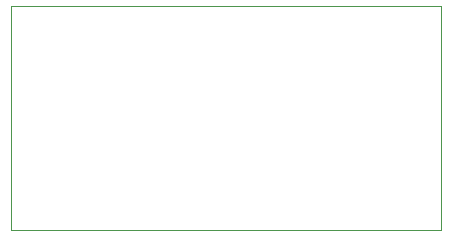
<source format=gm1>
%TF.GenerationSoftware,KiCad,Pcbnew,9.0.1-9.0.1-0~ubuntu24.10.1*%
%TF.CreationDate,2025-04-24T18:54:49+02:00*%
%TF.ProjectId,usb_uart_1V8,7573625f-7561-4727-945f-3156382e6b69,0.5*%
%TF.SameCoordinates,Original*%
%TF.FileFunction,Profile,NP*%
%FSLAX46Y46*%
G04 Gerber Fmt 4.6, Leading zero omitted, Abs format (unit mm)*
G04 Created by KiCad (PCBNEW 9.0.1-9.0.1-0~ubuntu24.10.1) date 2025-04-24 18:54:49*
%MOMM*%
%LPD*%
G01*
G04 APERTURE LIST*
%TA.AperFunction,Profile*%
%ADD10C,0.050000*%
%TD*%
G04 APERTURE END LIST*
D10*
X132864000Y-120000000D02*
X169234000Y-120000000D01*
X169234000Y-139000000D01*
X132864000Y-139000000D01*
X132864000Y-120000000D01*
M02*

</source>
